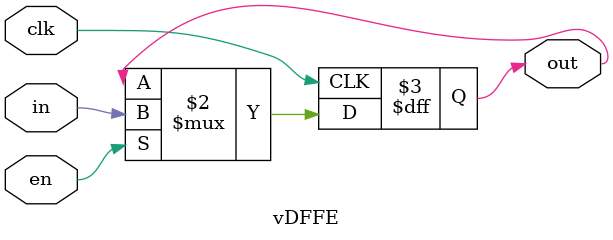
<source format=sv>
module vDFFE(clk, en, in, out);
	parameter n = 1;  // width
	input clk, en;
	input  [n-1:0] in;
	output reg [n-1:0] out;

	always_ff @(posedge clk)
		out <= en ? in : out;
endmodule

</source>
